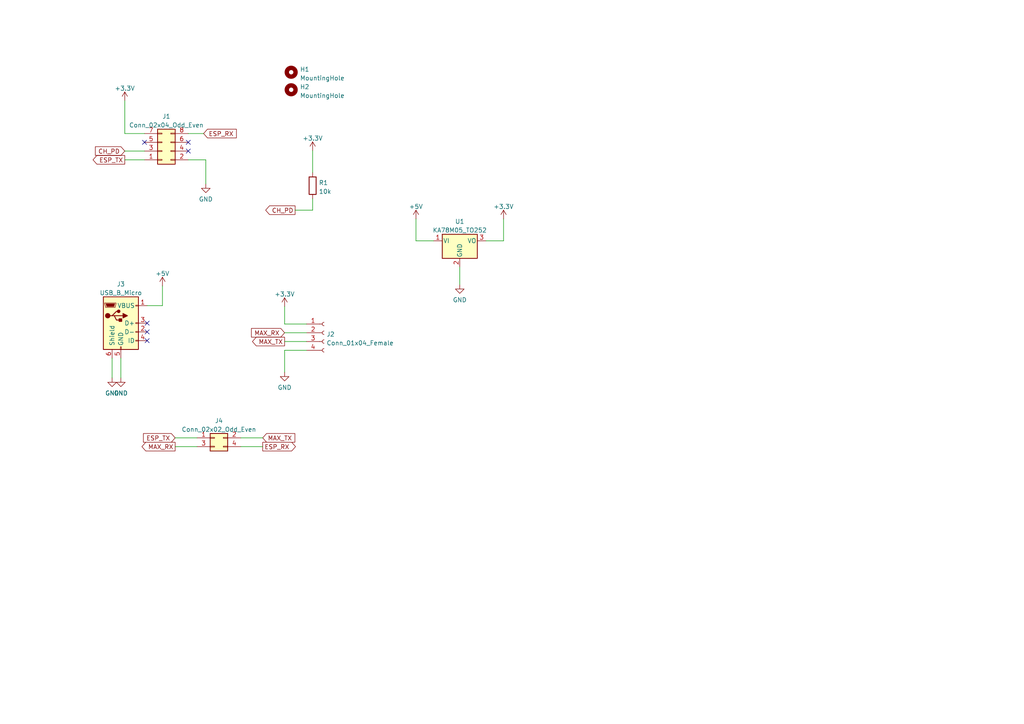
<source format=kicad_sch>
(kicad_sch (version 20211123) (generator eeschema)
  (paper "A4")
  (lib_symbols
    (symbol "Connector:Conn_01x04_Female" (pin_names (offset 1.016) hide)
      (property "Reference" "J" (at 0 5.08 0))
      (property "Value" "Conn_01x04_Female" (at 0 -7.62 0))
      (symbol "Conn_01x04_Female_1_1"
        (arc (start 0 -4.572) (mid -0.508 -5.08) (end 0 -5.588) (stroke (width 0.1524)))
        (arc (start 0 -2.032) (mid -0.508 -2.54) (end 0 -3.048) (stroke (width 0.1524)))
        (polyline (pts (xy -1.27 -5.08) (xy -0.508 -5.08)) (stroke (width 0.1524)))
        (polyline (pts (xy -1.27 -2.54) (xy -0.508 -2.54)) (stroke (width 0.1524)))
        (polyline (pts (xy -1.27 0) (xy -0.508 0)) (stroke (width 0.1524)))
        (polyline (pts (xy -1.27 2.54) (xy -0.508 2.54)) (stroke (width 0.1524)))
        (arc (start 0 0.508) (mid -0.508 0) (end 0 -0.508) (stroke (width 0.1524)))
        (arc (start 0 3.048) (mid -0.508 2.54) (end 0 2.032) (stroke (width 0.1524)))
        (pin passive line (at -5.08 2.54 0) (length 3.81) (name "Pin_1") (number "1"))
        (pin passive line (at -5.08 0 0) (length 3.81) (name "Pin_2") (number "2"))
        (pin passive line (at -5.08 -2.54 0) (length 3.81) (name "Pin_3") (number "3"))
        (pin passive line (at -5.08 -5.08 0) (length 3.81) (name "Pin_4") (number "4"))
      )
    )
    (symbol "Connector:USB_B_Micro" (pin_names (offset 1.016))
      (property "Reference" "J" (at -5.08 11.43 0))
      (property "Value" "USB_B_Micro" (at -5.08 8.89 0))
      (symbol "USB_B_Micro_0_1"
        (rectangle (start -5.08 -7.62) (end 5.08 7.62) (stroke (width 0.254)) (fill (type background)))
        (circle (center -3.81 2.159) (radius 0.635) (stroke (width 0.254)) (fill (type outline)))
        (circle (center -0.635 3.429) (radius 0.381) (stroke (width 0.254)) (fill (type outline)))
        (rectangle (start -0.127 -7.62) (end 0.127 -6.858))
        (polyline (pts (xy -1.905 2.159) (xy 0.635 2.159)) (stroke (width 0.254)))
        (polyline (pts (xy -3.175 2.159) (xy -2.54 2.159) (xy -1.27 3.429) (xy -0.635 3.429)) (stroke (width 0.254)))
        (polyline (pts (xy -2.54 2.159) (xy -1.905 2.159) (xy -1.27 0.889) (xy 0 0.889)) (stroke (width 0.254)))
        (polyline (pts (xy 0.635 2.794) (xy 0.635 1.524) (xy 1.905 2.159) (xy 0.635 2.794)) (stroke (width 0.254)) (fill (type outline)))
        (polyline (pts (xy -4.318 5.588) (xy -1.778 5.588) (xy -2.032 4.826) (xy -4.064 4.826) (xy -4.318 5.588)) (fill (type outline)))
        (polyline (pts (xy -4.699 5.842) (xy -4.699 5.588) (xy -4.445 4.826) (xy -4.445 4.572) (xy -1.651 4.572) (xy -1.651 4.826) (xy -1.397 5.588) (xy -1.397 5.842) (xy -4.699 5.842)))
        (rectangle (start 0.254 1.27) (end -0.508 0.508) (stroke (width 0.254)) (fill (type outline)))
        (rectangle (start 5.08 -5.207) (end 4.318 -4.953))
        (rectangle (start 5.08 -2.667) (end 4.318 -2.413))
        (rectangle (start 5.08 -0.127) (end 4.318 0.127))
        (rectangle (start 5.08 4.953) (end 4.318 5.207))
      )
      (symbol "USB_B_Micro_1_1"
        (pin power_out line (at 7.62 5.08 180) (length 2.54) (name "VBUS") (number "1"))
        (pin bidirectional line (at 7.62 -2.54 180) (length 2.54) (name "D-") (number "2"))
        (pin bidirectional line (at 7.62 0 180) (length 2.54) (name "D+") (number "3"))
        (pin passive line (at 7.62 -5.08 180) (length 2.54) (name "ID") (number "4"))
        (pin power_out line (at 0 -10.16 90) (length 2.54) (name "GND") (number "5"))
        (pin passive line (at -2.54 -10.16 90) (length 2.54) (name "Shield") (number "6"))
      )
    )
    (symbol "Connector_Generic:Conn_02x02_Odd_Even" (pin_names (offset 1.016) hide)
      (property "Reference" "J" (at 1.27 2.54 0))
      (property "Value" "Conn_02x02_Odd_Even" (at 1.27 -5.08 0))
      (symbol "Conn_02x02_Odd_Even_1_1"
        (rectangle (start -1.27 -2.413) (end 0 -2.667) (stroke (width 0.1524)))
        (rectangle (start -1.27 0.127) (end 0 -0.127) (stroke (width 0.1524)))
        (rectangle (start -1.27 1.27) (end 3.81 -3.81) (stroke (width 0.254)) (fill (type background)))
        (rectangle (start 3.81 -2.413) (end 2.54 -2.667) (stroke (width 0.1524)))
        (rectangle (start 3.81 0.127) (end 2.54 -0.127) (stroke (width 0.1524)))
        (pin passive line (at -5.08 0 0) (length 3.81) (name "Pin_1") (number "1"))
        (pin passive line (at 7.62 0 180) (length 3.81) (name "Pin_2") (number "2"))
        (pin passive line (at -5.08 -2.54 0) (length 3.81) (name "Pin_3") (number "3"))
        (pin passive line (at 7.62 -2.54 180) (length 3.81) (name "Pin_4") (number "4"))
      )
    )
    (symbol "Connector_Generic:Conn_02x04_Odd_Even" (pin_names (offset 1.016) hide)
      (property "Reference" "J" (at 1.27 5.08 0))
      (property "Value" "Conn_02x04_Odd_Even" (at 1.27 -7.62 0))
      (symbol "Conn_02x04_Odd_Even_1_1"
        (rectangle (start -1.27 -4.953) (end 0 -5.207) (stroke (width 0.1524)))
        (rectangle (start -1.27 -2.413) (end 0 -2.667) (stroke (width 0.1524)))
        (rectangle (start -1.27 0.127) (end 0 -0.127) (stroke (width 0.1524)))
        (rectangle (start -1.27 2.667) (end 0 2.413) (stroke (width 0.1524)))
        (rectangle (start -1.27 3.81) (end 3.81 -6.35) (stroke (width 0.254)) (fill (type background)))
        (rectangle (start 3.81 -4.953) (end 2.54 -5.207) (stroke (width 0.1524)))
        (rectangle (start 3.81 -2.413) (end 2.54 -2.667) (stroke (width 0.1524)))
        (rectangle (start 3.81 0.127) (end 2.54 -0.127) (stroke (width 0.1524)))
        (rectangle (start 3.81 2.667) (end 2.54 2.413) (stroke (width 0.1524)))
        (pin passive line (at -5.08 2.54 0) (length 3.81) (name "Pin_1") (number "1"))
        (pin passive line (at 7.62 2.54 180) (length 3.81) (name "Pin_2") (number "2"))
        (pin passive line (at -5.08 0 0) (length 3.81) (name "Pin_3") (number "3"))
        (pin passive line (at 7.62 0 180) (length 3.81) (name "Pin_4") (number "4"))
        (pin passive line (at -5.08 -2.54 0) (length 3.81) (name "Pin_5") (number "5"))
        (pin passive line (at 7.62 -2.54 180) (length 3.81) (name "Pin_6") (number "6"))
        (pin passive line (at -5.08 -5.08 0) (length 3.81) (name "Pin_7") (number "7"))
        (pin passive line (at 7.62 -5.08 180) (length 3.81) (name "Pin_8") (number "8"))
      )
    )
    (symbol "Device:R" (pin_numbers hide) (pin_names (offset 0))
      (property "Reference" "R" (at 2.032 0 90))
      (property "Value" "R" (at 0 0 90))
      (symbol "R_0_1"
        (rectangle (start -1.016 -2.54) (end 1.016 2.54) (stroke (width 0.254)))
      )
      (symbol "R_1_1"
        (pin passive line (at 0 3.81 270) (length 1.27) (name "~") (number "1"))
        (pin passive line (at 0 -3.81 90) (length 1.27) (name "~") (number "2"))
      )
    )
    (symbol "Mechanical:MountingHole" (pin_names (offset 1.016))
      (property "Reference" "H" (at 0 5.08 0))
      (property "Value" "MountingHole" (at 0 3.175 0))
      (symbol "MountingHole_0_1"
        (circle (center 0 0) (radius 1.27) (stroke (width 1.27)))
      )
    )
    (symbol "Regulator_Linear:KA78M05_TO252" (pin_names (offset 0.254))
      (property "Reference" "U" (at -3.81 3.175 0))
      (property "Value" "KA78M05_TO252" (at 0 3.175 0))
      (symbol "KA78M05_TO252_0_1"
        (rectangle (start -5.08 1.905) (end 5.08 -5.08) (stroke (width 0.254)) (fill (type background)))
      )
      (symbol "KA78M05_TO252_1_1"
        (pin power_in line (at -7.62 0 0) (length 2.54) (name "VI") (number "1"))
        (pin power_in line (at 0 -7.62 90) (length 2.54) (name "GND") (number "2"))
        (pin power_out line (at 7.62 0 180) (length 2.54) (name "VO") (number "3"))
      )
    )
    (symbol "power:+3.3V" (power) (pin_names (offset 0))
      (property "Value" "+3.3V" (at 0 3.556 0))
      (symbol "+3.3V_0_1"
        (polyline (pts (xy -0.762 1.27) (xy 0 2.54)))
        (polyline (pts (xy 0 0) (xy 0 2.54)))
        (polyline (pts (xy 0 2.54) (xy 0.762 1.27)))
      )
      (symbol "+3.3V_1_1"
        (pin power_in line (at 0 0 90) (length 0) hide (name "+3.3V") (number "1"))
      )
    )
    (symbol "power:+5V" (power) (pin_names (offset 0))
      (property "Value" "+5V" (at 0 3.556 0))
      (symbol "+5V_0_1"
        (polyline (pts (xy -0.762 1.27) (xy 0 2.54)))
        (polyline (pts (xy 0 0) (xy 0 2.54)))
        (polyline (pts (xy 0 2.54) (xy 0.762 1.27)))
      )
      (symbol "+5V_1_1"
        (pin power_in line (at 0 0 90) (length 0) hide (name "+5V") (number "1"))
      )
    )
    (symbol "power:GND" (power) (pin_names (offset 0))
      (property "Value" "GND" (at 0 -3.81 0))
      (symbol "GND_0_1"
        (polyline (pts (xy 0 0) (xy 0 -1.27) (xy 1.27 -1.27) (xy 0 -2.54) (xy -1.27 -1.27) (xy 0 -1.27)))
      )
      (symbol "GND_1_1"
        (pin power_in line (at 0 0 270) (length 0) hide (name "GND") (number "1"))
      )
    )
  )
  (no_connect (at 54.61 43.815))
  (no_connect (at 41.91 41.275))
  (no_connect (at 42.672 98.806))
  (no_connect (at 42.672 93.726))
  (no_connect (at 42.672 96.266))
  (no_connect (at 54.61 41.275))
  (wire (pts (xy 133.35 77.47) (xy 133.35 82.55)))
  (wire (pts (xy 36.195 43.815) (xy 41.91 43.815)))
  (wire (pts (xy 82.55 93.98) (xy 88.9 93.98)))
  (wire (pts (xy 90.678 60.96) (xy 90.678 57.658)))
  (wire (pts (xy 54.61 38.735) (xy 59.055 38.735)))
  (wire (pts (xy 90.678 43.688) (xy 90.678 50.038)))
  (wire (pts (xy 54.61 46.355) (xy 59.69 46.355)))
  (wire (pts (xy 35.052 103.886) (xy 35.052 109.601)))
  (wire (pts (xy 47.117 82.931) (xy 47.117 88.646)))
  (wire (pts (xy 82.55 88.9) (xy 82.55 93.98)))
  (wire (pts (xy 82.55 101.6) (xy 88.9 101.6)))
  (wire (pts (xy 125.73 69.85) (xy 120.65 69.85)))
  (wire (pts (xy 120.65 69.85) (xy 120.65 63.5)))
  (wire (pts (xy 47.117 88.646) (xy 42.672 88.646)))
  (wire (pts (xy 50.8 129.54) (xy 57.15 129.54)))
  (wire (pts (xy 36.195 38.735) (xy 36.195 29.21)))
  (wire (pts (xy 69.85 127) (xy 76.2 127)))
  (wire (pts (xy 41.91 38.735) (xy 36.195 38.735)))
  (wire (pts (xy 59.69 46.355) (xy 59.69 53.34)))
  (wire (pts (xy 50.8 127) (xy 57.15 127)))
  (wire (pts (xy 69.85 129.54) (xy 76.2 129.54)))
  (wire (pts (xy 82.55 107.95) (xy 82.55 101.6)))
  (wire (pts (xy 146.05 63.5) (xy 146.05 69.85)))
  (wire (pts (xy 85.598 60.96) (xy 90.678 60.96)))
  (wire (pts (xy 82.55 96.52) (xy 88.9 96.52)))
  (wire (pts (xy 146.05 69.85) (xy 140.97 69.85)))
  (wire (pts (xy 82.55 99.06) (xy 88.9 99.06)))
  (wire (pts (xy 32.512 103.886) (xy 32.512 109.601)))
  (wire (pts (xy 36.195 46.355) (xy 41.91 46.355)))
  (global_label "MAX_RX" (shape input) (at 82.55 96.52 180) (property "Intersheet References" "${INTERSHEET_REFS}" (effects hide)))
  (global_label "ESP_TX" (shape input) (at 50.8 127 180) (property "Intersheet References" "${INTERSHEET_REFS}" (effects hide)))
  (global_label "ESP_RX" (shape input) (at 59.055 38.735 0) (property "Intersheet References" "${INTERSHEET_REFS}" (effects hide)))
  (global_label "CH_PD" (shape output) (at 85.598 60.96 180) (property "Intersheet References" "${INTERSHEET_REFS}" (effects hide)))
  (global_label "MAX_RX" (shape output) (at 50.8 129.54 180) (property "Intersheet References" "${INTERSHEET_REFS}" (effects hide)))
  (global_label "ESP_TX" (shape output) (at 36.195 46.355 180) (property "Intersheet References" "${INTERSHEET_REFS}" (effects hide)))
  (global_label "CH_PD" (shape input) (at 36.195 43.815 180) (property "Intersheet References" "${INTERSHEET_REFS}" (effects hide)))
  (global_label "MAX_TX" (shape input) (at 76.2 127 0) (property "Intersheet References" "${INTERSHEET_REFS}" (effects hide)))
  (global_label "MAX_TX" (shape output) (at 82.55 99.06 180) (property "Intersheet References" "${INTERSHEET_REFS}" (effects hide)))
  (global_label "ESP_RX" (shape output) (at 76.2 129.54 0) (property "Intersheet References" "${INTERSHEET_REFS}" (effects hide)))
  (symbol (lib_id "power:+5V") (at 120.65 63.5 0) (unit 1)
    (property "Reference" "#PWR0107" (effects hide))
    (property "Value" "+5V" (at 120.65 59.9242 0))
  )
  (symbol (lib_id "Device:R") (at 90.678 53.848 0) (unit 1)
    (property "Reference" "R1" (at 92.456 53.0133 0) (effects (justify left)))
    (property "Value" "10k" (at 92.456 55.5502 0) (effects (justify left)))
    (property "Footprint" "Resistor_SMD:R_0805_2012Metric" (effects hide))
  )
  (symbol (lib_id "power:GND") (at 133.35 82.55 0) (unit 1)
    (property "Reference" "#PWR0108" (effects hide))
    (property "Value" "GND" (at 133.35 86.9934 0))
  )
  (symbol (lib_id "power:+5V") (at 47.117 82.931 0) (unit 1)
    (property "Reference" "#PWR0102" (effects hide))
    (property "Value" "+5V" (at 47.117 79.3552 0))
  )
  (symbol (lib_id "Mechanical:MountingHole") (at 84.455 26.035 0) (unit 1)
    (property "Reference" "H2" (at 86.995 25.2003 0) (effects (justify left)))
    (property "Value" "MountingHole" (at 86.995 27.7372 0) (effects (justify left)))
    (property "Footprint" "MountingHole:MountingHole_2.7mm_M2.5" (effects hide))
  )
  (symbol (lib_id "Regulator_Linear:KA78M05_TO252") (at 133.35 69.85 0) (unit 1)
    (property "Reference" "U1" (at 133.35 64.2452 0))
    (property "Value" "KA78M05_TO252" (at 133.35 66.7821 0))
    (property "Footprint" "Package_TO_SOT_SMD:SOT-223-3_TabPin2" (effects hide))
    (property "Datasheet" "https://www.onsemi.com/pub/Collateral/MC78M00-D.PDF" (effects hide))
  )
  (symbol (lib_id "Connector:Conn_01x04_Female") (at 93.98 96.52 0) (unit 1)
    (property "Reference" "J2" (at 94.6912 96.9553 0) (effects (justify left)))
    (property "Value" "Conn_01x04_Female" (at 94.6912 99.4922 0) (effects (justify left)))
    (property "Footprint" "Connector_PinSocket_2.54mm:PinSocket_1x04_P2.54mm_Vertical" (effects hide))
  )
  (symbol (lib_id "power:+3.3V") (at 90.678 43.688 0) (unit 1)
    (property "Reference" "#PWR0110" (effects hide))
    (property "Value" "+3.3V" (at 90.678 40.1122 0))
  )
  (symbol (lib_id "power:GND") (at 32.512 109.601 0) (unit 1)
    (property "Reference" "#PWR0104" (effects hide))
    (property "Value" "GND" (at 32.512 114.0444 0))
  )
  (symbol (lib_id "Mechanical:MountingHole") (at 84.455 20.955 0) (unit 1)
    (property "Reference" "H1" (at 86.995 20.1203 0) (effects (justify left)))
    (property "Value" "MountingHole" (at 86.995 22.6572 0) (effects (justify left)))
    (property "Footprint" "MountingHole:MountingHole_2.7mm_M2.5" (effects hide))
  )
  (symbol (lib_id "Connector:USB_B_Micro") (at 35.052 93.726 0) (unit 1)
    (property "Reference" "J3" (at 35.052 82.4062 0))
    (property "Value" "USB_B_Micro" (at 35.052 84.9431 0))
    (property "Footprint" "s3lph:USB_Micro-B_Amphenol_circularnpth" (effects hide))
  )
  (symbol (lib_id "power:GND") (at 82.55 107.95 0) (unit 1)
    (property "Reference" "#PWR0109" (effects hide))
    (property "Value" "GND" (at 82.55 112.3934 0))
  )
  (symbol (lib_id "power:+3.3V") (at 82.55 88.9 0) (unit 1)
    (property "Reference" "#PWR0106" (effects hide))
    (property "Value" "+3.3V" (at 82.55 85.3242 0))
  )
  (symbol (lib_id "power:GND") (at 59.69 53.34 0) (unit 1)
    (property "Reference" "#PWR0101" (effects hide))
    (property "Value" "GND" (at 59.69 57.7834 0))
  )
  (symbol (lib_id "power:GND") (at 35.052 109.601 0) (unit 1)
    (property "Reference" "#PWR0105" (effects hide))
    (property "Value" "GND" (at 35.052 114.0444 0))
  )
  (symbol (lib_id "power:+3.3V") (at 36.195 29.21 0) (unit 1)
    (property "Reference" "#PWR0103" (effects hide))
    (property "Value" "+3.3V" (at 36.195 25.6342 0))
  )
  (symbol (lib_id "Connector_Generic:Conn_02x04_Odd_Even") (at 46.99 43.815 0) (mirror x) (unit 1)
    (property "Reference" "J1" (at 48.26 33.7652 0))
    (property "Value" "Conn_02x04_Odd_Even" (at 48.26 36.3021 0))
    (property "Footprint" "Connector_PinSocket_2.54mm:PinSocket_2x04_P2.54mm_Vertical" (effects hide))
  )
  (symbol (lib_id "power:+3.3V") (at 146.05 63.5 0) (unit 1)
    (property "Reference" "#PWR0111" (effects hide))
    (property "Value" "+3.3V" (at 146.05 59.9242 0))
  )
  (symbol (lib_id "Connector_Generic:Conn_02x02_Odd_Even") (at 62.23 127 0) (unit 1)
    (property "Reference" "J4" (at 63.5 122.0302 0))
    (property "Value" "Conn_02x02_Odd_Even" (at 63.5 124.5671 0))
    (property "Footprint" "Connector_PinHeader_2.54mm:PinHeader_2x02_P2.54mm_Vertical" (effects hide))
  )
)
</source>
